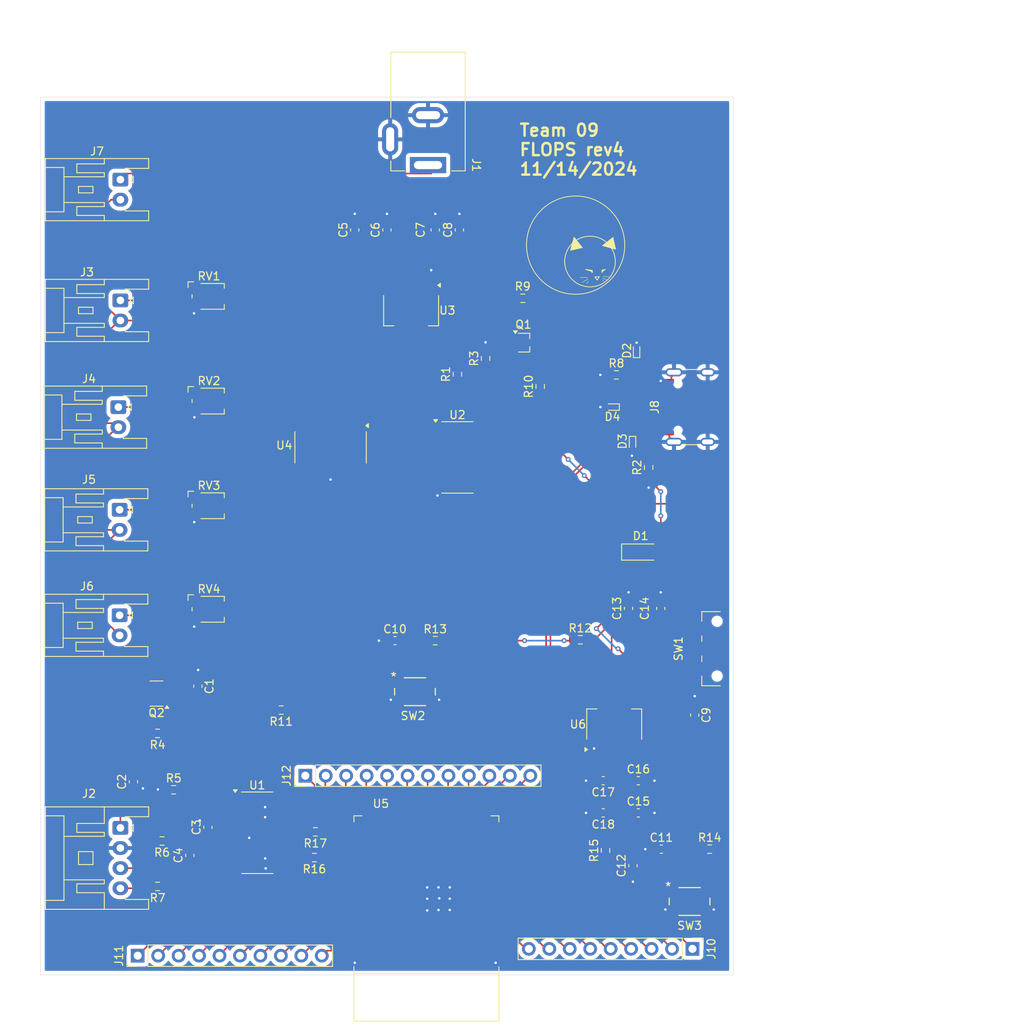
<source format=kicad_pcb>
(kicad_pcb (version 20240108) (generator "pcbnew") (generator_version "8.0")
  (title_block (title "FLOPS") (date "2024-11-14") (rev "REV3") (comment 1 "Team 09"))
  (layers (0 "F.Cu" signal) (31 "B.Cu" signal) (34 "B.Paste" user) (35 "F.Paste" user) (36 "B.SilkS" user "B.Silkscreen") (37 "F.SilkS" user "F.Silkscreen") (38 "B.Mask" user) (39 "F.Mask" user) (44 "Edge.Cuts" user))
  (net 0 "")
  (net 1 "ESP_3.3V")
  (net 2 "Net-(Q2-B)")
  (net 3 "Net-(J2-Pin_1)")
  (net 4 "GND")
  (net 6 "Net-(U1-VBG)")
  (net 7 "Net-(U1-INA-)")
  (net 8 "Net-(U1-VFB)")
  (net 9 "+5V_WALL")
  (net 10 "+3.3V_WALL")
  (net 11 "Net-(U1-INA+)")
  (net 12 "+5VUSB")
  (net 13 "GPIO0_BOOT")
  (net 14 "CHIP_PU_EN")
  (net 15 "/controller/VBUS")
  (net 16 "Net-(J7-Pin_1)")
  (net 17 "NFET_3.3V")
  (net 18 "Net-(U4A-+)")
  (net 19 "Net-(U4B-+)")
  (net 20 "Net-(U4C-+)")
  (net 21 "Net-(U4D-+)")
  (net 22 "Net-(SW1-B)")
  (net 23 "Net-(Q2-E)")
  (net 24 "Net-(J3-Pin_1)")
  (net 25 "Net-(J2-Pin_3)")
  (net 26 "Net-(J2-Pin_4)")
  (net 27 "Net-(J4-Pin_1)")
  (net 28 "Net-(J5-Pin_1)")
  (net 29 "Net-(J6-Pin_1)")
  (net 30 "/AND_OUT")
  (net 31 "Net-(U4C--)")
  (net 32 "Net-(U4A--)")
  (net 33 "Net-(U4B--)")
  (net 34 "Net-(U4D--)")
  (net 35 "Net-(R1-Pad1)")
  (net 41 "GPIO_36")
  (net 42 "GPIO_35")
  (net 43 "/controller/USB_D+")
  (net 44 "/controller/CC1")
  (net 46 "/controller/CC2")
  (net 48 "Net-(Q1-S)")
  (net 49 "GPIO_48")
  (net 50 "GPIO_47")
  (net 51 "GPIO_37")
  (net 52 "GPIO_15")
  (net 53 "GPIO_16")
  (net 54 "GPIO_40")
  (net 55 "GPIO_41")
  (net 56 "GPIO_39")
  (net 57 "GPIO_02")
  (net 58 "GPIO_10")
  (net 59 "GPIO_12")
  (net 60 "GPIO_13")
  (net 61 "GPIO_45")
  (net 62 "GPIO_05")
  (net 63 "GPIO_04")
  (net 64 "GPIO_18")
  (net 65 "GPIO_07")
  (net 66 "GPIO_01")
  (net 67 "GPIO_09")
  (net 68 "GPIO_44")
  (net 69 "GPIO_38")
  (net 70 "GPIO_11")
  (net 71 "GPIO_43")
  (net 72 "GPIO_06")
  (net 73 "GPIO_46")
  (net 74 "GPIO_21")
  (net 75 "GPIO_14")
  (net 76 "GPIO_17")
  (net 77 "GPIO_03")
  (net 78 "GPIO_08")
  (net 79 "Net-(SW1-A)")
  (net 80 "Net-(U1-PD_SCK)")
  (net 81 "Net-(U1-DOUT)")
  (net 82 "GPIO_42")
  (net 83 "/controller/USB_D-")
  (footprint "Resistor_SMD:R_0603_1608Metric_Pad0.98x0.95mm_HandSolder" (layer "F.Cu") (at 54.52 148.52 180)
    (property "Reference" "R7")
    (property "Value" "100")
  )
  (footprint "Connector_USB:USB_C_Receptacle_GCT_USB4105-xx-A_16P_TopMnt_Horizontal" (layer "F.Cu") (at 121.75 89 90)
    (property "Reference" "J8")
    (property "Value" "USB_C_Receptacle_USB2.0_16P")
  )
  (footprint "Resistor_SMD:R_0603_1608Metric_Pad0.98x0.95mm_HandSolder" (layer "F.Cu") (at 99.87 75.49 180)
    (property "Reference" "R9")
    (property "Value" "0")
  )
  (footprint "Capacitor_SMD:C_0603_1608Metric_Pad1.08x0.95mm_HandSolder" (layer "F.Cu") (at 60.77 141.18 90)
    (property "Reference" "C3")
    (property "Value" "0.1uF")
  )
  (footprint "Connector_JST:JST_XA_S04B-XASK-1N-BN_1x04_P2.50mm_Horizontal" (layer "F.Cu") (at 49.9 141.25 -90)
    (property "Reference" "J2")
    (property "Value" "Conn_01x04")
  )
  (footprint "Resistor_SMD:R_0603_1608Metric_Pad0.98x0.95mm_HandSolder" (layer "F.Cu") (at 123.08 143.89)
    (property "Reference" "R14")
    (property "Value" "10k")
  )
  (footprint "Potentiometer_SMD:Potentiometer_Bourns_TC33X_Vertical" (layer "F.Cu") (at 60.9 75.25)
    (property "Reference" "RV1")
    (property "Value" "100k Trim Pot")
  )
  (footprint "Connector_PinHeader_2.54mm:PinHeader_1x12_P2.54mm_Vertical" (layer "F.Cu") (at 72.86 134.77 90)
    (property "Reference" "J12")
    (property "Value" "Conn_01x12")
  )
  (footprint "Potentiometer_SMD:Potentiometer_Bourns_TC33X_Vertical" (layer "F.Cu") (at 60.9 114.1)
    (property "Reference" "RV4")
    (property "Value" "100k Trim Pot")
  )
  (footprint "Capacitor_SMD:C_0603_1608Metric_Pad1.08x0.95mm_HandSolder" (layer "F.Cu") (at 92 67 90)
    (property "Reference" "C8")
    (property "Value" "0.1uF")
  )
  (footprint "Capacitor_SMD:C_0603_1608Metric_Pad1.08x0.95mm_HandSolder" (layer "F.Cu") (at 79 67 90)
    (property "Reference" "C5")
    (property "Value" "10uF")
  )
  (footprint "Package_TO_SOT_SMD:SOT-23-3" (layer "F.Cu") (at 54.3825 124.57 180)
    (property "Reference" "Q2")
    (property "Value" "S8550")
  )
  (footprint "Connector_JST:JST_XA_S02B-XASK-1N-BN_1x02_P2.50mm_Horizontal" (layer "F.Cu") (at 49.65 89 -90)
    (property "Reference" "J4")
    (property "Value" "Conn_01x02")
  )
  (footprint "Capacitor_SMD:C_0603_1608Metric_Pad1.08x0.95mm_HandSolder" (layer "F.Cu") (at 89 67 90)
    (property "Reference" "C7")
    (property "Value" "10uF")
  )
  (footprint "Connector_JST:JST_XA_S02B-XASK-1N-BN_1x02_P2.50mm_Horizontal" (layer "F.Cu") (at 49.8 101.75 -90)
    (property "Reference" "J5")
    (property "Value" "Conn_01x02")
  )
  (footprint "Resistor_SMD:R_0603_1608Metric_Pad0.98x0.95mm_HandSolder" (layer "F.Cu") (at 69.87 126.62 180)
    (property "Reference" "R11")
    (property "Value" "0")
  )
  (footprint "Resistor_SMD:R_0603_1608Metric_Pad0.98x0.95mm_HandSolder" (layer "F.Cu") (at 74.11 141.74 180)
    (property "Reference" "R17")
    (property "Value" "0")
  )
  (footprint "Package_TO_SOT_SMD:SOT-223-3_TabPin2" (layer "F.Cu") (at 86 77 -90)
    (property "Reference" "U3")
    (property "Value" "AZ1117CH-3.3")
  )
  (footprint "Connector_PinHeader_2.54mm:PinHeader_1x09_P2.54mm_Vertical" (layer "F.Cu") (at 120.94 156.27 -90)
    (property "Reference" "J10")
    (property "Value" "Conn_01x09")
  )
  (footprint "PTS810SJM250SMTR LFS:PTS810_CNK" (layer "F.Cu") (at 120.58 150.39)
    (property "Reference" "SW3")
    (property "Value" "PTS810 SJM 250 SMTR LFS")
  )
  (footprint "Capacitor_SMD:C_0603_1608Metric_Pad1.08x0.95mm_HandSolder" (layer "F.Cu") (at 121.22 127.2525 -90)
    (property "Reference" "C9")
    (property "Value" "10uF")
  )
  (footprint "Connector_JST:JST_XA_S02B-XASK-1N-BN_1x02_P2.50mm_Horizontal" (layer "F.Cu") (at 49.9 75.75 -90)
    (property "Reference" "J3")
    (property "Value" "Conn_01x02")
  )
  (footprint "PCM_Espressif:ESP32-S3-WROOM-1" (layer "F.Cu") (at 87.9 149.5 180)
    (property "Reference" "U5")
    (property "Value" "ESP32-S3-WROOM-1-N16R8")
  )
  (footprint "Capacitor_SMD:C_0603_1608Metric_Pad1.08x0.95mm_HandSolder" (layer "F.Cu") (at 113.55 145.9375 90)
    (property "Reference" "C12")
    (property "Value" "1uf")
  )
  (footprint "Capacitor_SMD:C_0603_1608Metric_Pad1.08x0.95mm_HandSolder" (layer "F.Cu") (at 117 114 90)
    (property "Reference" "C14")
    (property "Value" "0.1uF")
  )
  (footprint "Capacitor_SMD:C_0603_1608Metric_Pad1.08x0.95mm_HandSolder" (layer "F.Cu") (at 59.52 123.6575 -90)
    (property "Reference" "C1")
    (property "Value" "10uF")
  )
  (footprint "PTS810SJM250SMTR LFS:PTS810_CNK" (layer "F.Cu") (at 86.48 124.34)
    (property "Reference" "SW2")
    (property "Value" "PTS810 SJM 250 SMTR LFS")
  )
  (footprint "Resistor_SMD:R_0603_1608Metric_Pad0.98x0.95mm_HandSolder" (layer "F.Cu") (at 115.5 96.5 90)
    (property "Reference" "R2")
    (property "Value" "5.1k")
  )
  (footprint "Diode_SMD:D_SOD-123" (layer "F.Cu") (at 114.5 107)
    (property "Reference" "D1")
    (property "Value" "1N5819-HW-7-F")
  )
  (footprint "Connector_BarrelJack:BarrelJack_Kycon_KLDX-0202-xC_Horizontal" (layer "F.Cu") (at 88.1 58.95 -90)
    (property "Reference" "J1")
    (property "Value" "Barrel_Jack")
  )
  (footprint "Connector_JST:JST_XA_S02B-XASK-1N-BN_1x02_P2.50mm_Horizontal" (layer "F.Cu") (at 49.8 114.85 -90)
    (property "Reference" "J6")
    (property "Value" "Conn_01x02")
  )
  (footprint "Resistor_SMD:R_0603_1608Metric_Pad0.98x0.95mm_HandSolder" (layer "F.Cu") (at 91.75 84.9125 90)
    (property "Reference" "R1")
    (property "Value" "100")
  )
  (footprint "Potentiometer_SMD:Potentiometer_Bourns_TC33X_Vertical" (layer "F.Cu") (at 60.9 88.25)
    (property "Reference" "RV2")
    (property "Value" "100k Trim Pot")
  )
  (footprint "Resistor_SMD:R_0603_1608Metric_Pad0.98x0.95mm_HandSolder" (layer "F.Cu") (at 95.25 82.95625 90)
    (property "Reference" "R3")
    (property "Value" "10k")
  )
  (footprint "Resistor_SMD:R_0603_1608Metric_Pad0.98x0.95mm_HandSolder" (layer "F.Cu") (at 55.07 142.88 180)
    (property "Reference" "R6")
    (property "Value" "100")
  )
  (footprint "Button_Switch_SMD:SW_SPDT_CK_JS102011SAQN" (layer "F.Cu") (at 124 119 90)
    (property "Reference" "SW1")
    (property "Value" "JS102011SAQN")
  )
  (footprint "Diode_SMD:D_SOD-923" (layer "F.Cu") (at 114 82 90)
    (property "Reference" "D2")
    (property "Value" "ESD9B5.0ST5G")
  )
  (footprint "Resistor_SMD:R_0603_1608Metric_Pad0.98x0.95mm_HandSolder" (layer "F.Cu") (at 73.99 144.94 180)
    (property "Reference" "R16")
    (property "Value" "0")
  )
  (footprint "Resistor_SMD:R_0603_1608Metric_Pad0.98x0.95mm_HandSolder" (layer "F.Cu") (at 110.14 144.05 90)
    (property "Reference" "R15")
    (property "Value" "10k")
  )
  (footprint "Package_SO:SOIC-14_3.9x8.7mm_P1.27mm" (layer "F.Cu") (at 91.75 95.25)
    (property "Reference" "U2")
    (property "Value" "74LS21")
  )
  (footprint "Connector_JST:JST_XA_S02B-XASK-1N-BN_1x02_P2.50mm_Horizontal" (layer "F.Cu") (at 49.9 60.75 -90)
    (property "Reference" "J7")
    (property "Value" "Conn_01x02")
  )
  (footprint "Capacitor_SMD:C_0603_1608Metric_Pad1.08x0.95mm_HandSolder" (layer "F.Cu") (at 83 67 90)
    (property "Reference" "C6")
    (property "Value" "0.1uF")
  )
  (footprint "Capacitor_SMD:C_0603_1608Metric_Pad1.08x0.95mm_HandSolder" (layer "F.Cu") (at 58.52 144.6575 90)
    (property "Reference" "C4")
    (property "Value" "0.1uF")
  )
  (footprint "Resistor_SMD:R_0603_1608Metric_Pad0.98x0.95mm_HandSolder" (layer "F.Cu") (at 89 118)
    (property "Reference" "R13")
    (property "Value" "10k")
  )
  (footprint "Capacitor_SMD:C_0603_1608Metric_Pad1.08x0.95mm_HandSolder" (layer "F.Cu") (at 114.22 139.39)
    (property "Reference" "C15")
    (property "Value" "10uF")
  )
  (footprint "Capacitor_SMD:C_0603_1608Metric_Pad1.08x0.95mm_HandSolder" (layer "F.Cu") (at 51.52 135.52 90)
    (property "Reference" "C2")
    (property "Value" "0.1uF")
  )
  (footprint "Resistor_SMD:R_0603_1608Metric_Pad0.98x0.95mm_HandSolder" (layer "F.Cu") (at 111.5 85)
    (property "Reference" "R8")
    (property "Value" "5.1k")
  )
  (footprint "Capacitor_SMD:C_0603_1608Metric_Pad1.08x0.95mm_HandSolder" (layer "F.Cu") (at 113 114 90)
    (property "Reference" "C13")
    (property "Value" "10uF")
  )
  (footprint "Package_TO_SOT_SMD:SOT-323_SC-70" (layer "F.Cu") (at 100 81)
    (property "Reference" "Q1")
    (property "Value" "BSS816NWH6327XTSA1")
  )
  (footprint "Connector_PinHeader_2.54mm:PinHeader_1x10_P2.54mm_Vertical" (layer "F.Cu") (at 52.05 157.12 90)
    (property "Reference" "J11")
    (property "Value" "Conn_01x10")
  )
  (footprint "Capacitor_SMD:C_0603_1608Metric_Pad1.08x0.95mm_HandSolder" (layer "F.Cu") (at 114.22 135.39)
    (property "Reference" "C16")
    (property "Value" "0.1uF")
  )
  (footprint "Package_SO:SOIC-14_3.9x8.7mm_P1.27mm" (layer "F.Cu") (at 76 94 -90)
    (property "Reference" "U4")
    (property "Value" "MCP6004")
  )
  (footprint "Diode_SMD:D_SOD-923" (layer "F.Cu") (at 111 89 180)
    (property "Reference" "D4")
    (property "Value" "ESD9B5.0ST5G")
  )
  (footprint "Resistor_SMD:R_0603_1608Metric_Pad0.98x0.95mm_HandSolder" (layer "F.Cu") (at 107.01 117.89)
    (property "Reference" "R12")
    (property "Value" "0")
  )
  (footprint "Package_SO:SOP-16_3.9x9.9mm_P1.27mm" (layer "F.Cu") (at 66.89 141.855)
    (property "Reference" "U1")
    (property "Value" "HX711")
  )
  (footprint "Resistor_SMD:R_0603_1608Metric_Pad0.98x0.95mm_HandSolder" (layer "F.Cu") (at 102.03 86.44 90)
    (property "Reference" "R10")
    (property "Value" "0")
  )
  (footprint "Package_TO_SOT_SMD:SOT-223-3_TabPin2" (layer "F.Cu") (at 111.22 128.39 90)
    (property "Reference" "U6")
    (property "Value" "AZ1117CH-3.3")
  )
  (footprint "Capacitor_SMD:C_0603_1608Metric_Pad1.08x0.95mm_HandSolder" (layer "F.Cu") (at 109.8575 135.39 180)
    (property "Reference" "C17")
    (property "Value" "10uF")
  )
  (footprint "Capacitor_SMD:C_0603_1608Metric_Pad1.08x0.95mm_HandSolder" (layer "F.Cu") (at 109.8575 139.39 180)
    (property "Reference" "C18")
    (property "Value" "0.1uF")
  )
  (footprint "Resistor_SMD:R_0603_1608Metric_Pad0.98x0.95mm_HandSolder" (layer "F.Cu") (at 54.52 129.52 180)
    (property "Reference" "R4")
    (property "Value" "20k")
  )
  (footprint "Resistor_SMD:R_0603_1608Metric_Pad0.98x0.95mm_HandSolder" (layer "F.Cu") (at 56.52 136.52)
    (property "Reference" "R5")
    (property "Value" "8.2k")
  )
  (footprint "Potentiometer_SMD:Potentiometer_Bourns_TC33X_Vertical" (layer "F.Cu") (at 60.9 101.25)
    (property "Reference" "RV3")
    (property "Value" "100k Trim Pot")
  )
  (footprint "Capacitor_SMD:C_0603_1608Metric_Pad1.08x0.95mm_HandSolder" (layer "F.Cu") (at 117.08 143.89)
    (property "Reference" "C11")
    (property "Value" "0.1uF")
  )
  (footprint "Capacitor_SMD:C_0603_1608Metric_Pad1.08x0.95mm_HandSolder" (layer "F.Cu") (at 84 118)
    (property "Reference" "C10")
    (property "Value" "0.1uF")
  )
  (footprint "Diode_SMD:D_SOD-923" (layer "F.Cu") (at 113.5 93.5 -90)
    (property "Reference" "D3")
    (property "Value" "ESD9B5.0ST5G")
  )
  (gr_poly (pts (xy 109.71 71.99) (xy 109.7 72.28) (xy 109.8 72.11) (xy 110.1 71.92)) (stroke (width 0.1)) (fill solid) (layer "F.SilkS"))
  (gr_line (start 109.84 72.8025) (end 110.6 72.7975) (stroke (width 0.05)) (layer "F.SilkS"))
  (gr_poly (pts (xy 106.244875 67.923091) (xy 105.804875 69.523091) (xy 107.244875 69.193091)) (stroke (width 0.1)) (fill solid) (layer "F.SilkS"))
  (gr_line (start 107.02 72.9) (end 107.93 72.92) (stroke (width 0.05)) (layer "F.SilkS"))
  (gr_line (start 108.02 73.36) (end 107.81 73.67) (stroke (width 0.05)) (layer "F.SilkS"))
  (gr_poly (pts (xy 108.82 72.84) (xy 109.37 72.81) (xy 109.09 73.23)) (stroke (width 0.1)) (fill none) (layer "F.SilkS"))
  (gr_line (start 110.29875 73.2025) (end 109.78125 72.9975) (stroke (width 0.05)) (layer "F.SilkS"))
  (gr_line (start 107.95 73.11) (end 107.27 73.5) (stroke (width 0.05)) (layer "F.SilkS"))
  (gr_poly (pts (xy 109.79 68.95) (xy 111.39 69.39) (xy 111.06 67.95)) (stroke (width 0.1)) (fill solid) (layer "F.SilkS"))
  (gr_circle (center 106.43 68.89) (end 112.27 70.65) (stroke (width 0.1)) (fill none) (layer "F.SilkS"))
  (gr_line (start 109.8075 73.1925) (end 109.9125 73.3675) (stroke (width 0.05)) (layer "F.SilkS"))
  (gr_circle (center 108.214875 70.923091) (end 105.684875 72.793091) (stroke (width 0.1)) (fill none) (layer "F.SilkS"))
  (gr_poly (pts (xy 107.67 71.9) (xy 108.51 72.04) (xy 108.49 72.31) (xy 108.37 72.12)) (stroke (width 0.1)) (fill solid) (layer "F.SilkS"))
  (gr_rect (start 40 50.5) (end 126 159.5) (stroke (width 0.05)) (fill none) (layer "Edge.Cuts"))
  (gr_text "Team 09 \nFLOPS rev4\n11/14/2024\n" (at 99.32 60.33 0) (layer "F.SilkS") (effects (font (size 1.5 1.5) (thickness 0.3) (bold yes)) (justify left bottom)))
  (segment (start 62.61 83.28) (end 61.3 84.59) (width 0.2) (layer "F.Cu") (net 0))
  (segment (start 110.14 141.98) (end 110.72 141.4) (width 0.2) (layer "F.Cu") (net 1))
  (segment (start 111.22 125.24) (end 110.9 124.92) (width 0.2) (layer "F.Cu") (net 1))
  (segment (start 80 115) (end 86.9125 115) (width 0.2) (layer "F.Cu") (net 1))
  (segment (start 89.9125 118) (end 94.2475 118) (width 0.2) (layer "F.Cu") (net 1))
  (segment (start 80 115) (end 75 120) (width 0.2) (layer "F.Cu") (net 1))
  (segment (start 115 114.8625) (end 117 114.8625) (width 0.2) (layer "F.Cu") (net 1))
  (segment (start 110.72 139.39) (end 110.72 135.39) (width 0.2) (layer "F.Cu") (net 1))
  (segment (start 106.0975 120.1175) (end 111.22 125.24) (width 0.2) (layer "F.Cu") (net 1))
  (segment (start 86.9125 115) (end 89.9125 118) (width 0.2) (layer "F.Cu") (net 1))
  (segment (start 106.0975 117.89) (end 106.0975 120.1175) (width 0.2) (layer "F.Cu") (net 1))
  (segment (start 110.9 124.92) (end 110.9 117.1) (width 0.2) (layer "F.Cu") (net 1))
  (segment (start 111.22 131.54) (end 111.22 133.2525) (width 0.2) (layer "F.Cu") (net 1))
  (segment (start 123.9925 142.7025) (end 122.69 141.4) (width 0.2) (layer "F.Cu") (net 1))
  (segment (start 94.2475 118) (end 100.08 118) (width 0.2) (layer "F.Cu") (net 1))
  (segment (start 111.22 125.24) (end 111.22 131.54) (width 0.2) (layer "F.Cu") (net 1))
  (segment (start 74.3 126.62) (end 75 125.92) (width 0.2) (layer "F.Cu") (net 1))
  (segment (start 75 120) (end 75 125.92) (width 0.2) (layer "F.Cu") (net 1))
  (segment (start 105.9875 118) (end 106.0975 117.89) (width 0.2) (layer "F.Cu") (net 1))
  (segment (start 110.72 139.39) (end 110.72 141.4) (width 0.2) (layer "F.Cu") (net 1))
  (segment (start 105.01 118) (end 105.9875 118) (width 0.2) (layer "F.Cu") (net 1))
  (segment (start 122.69 141.4) (end 110.72 141.4) (width 0.2) (layer "F.Cu") (net 1))
  (segment (start 70.7825 126.62) (end 74.3 126.62) (width 0.2) (layer "F.Cu") (net 1))
  (segment (start 123.9925 143.89) (end 123.9925 142.7025) (width 0.2) (layer "F.Cu") (net 1))
  (segment (start 111.22 133.2525) (end 110.72 133.7525) (width 0.2) (layer "F.Cu") (net 1))
  (segment (start 113 114.8625) (end 115 114.8625) (width 0.2) (layer "F.Cu") (net 1))
  (segment (start 110.72 133.7525) (end 110.72 135.39) (width 0.2) (layer "F.Cu") (net 1))
  (segment (start 110.9 117.1) (end 113 115) (width 0.2) (layer "F.Cu") (net 1))
  (segment (start 110.14 143.1375) (end 110.14 141.98) (width 0.2) (layer "F.Cu") (net 1))
  (segment (start 113 115) (end 113 114.8625) (width 0.2) (layer "F.Cu") (net 1))
  (via (at 105.01 118) (size 0.6) (drill 0.3) (layers "F.Cu" "B.Cu") (net 1))
  (via (at 100.08 118) (size 0.6) (drill 0.3) (layers "F.Cu" "B.Cu") (net 1))
  (segment (start 100.08 118) (end 105.01 118) (width 0.2) (layer "B.Cu") (net 1))
  (segment (start 63.09 138.26) (end 63.19 138.36) (width 0.2) (layer "F.Cu") (net 2))
  (segment (start 59.04 127.71) (end 63.09 131.76) (width 0.2) (layer "F.Cu") (net 2))
  (segment (start 64.07 138.36) (end 64.39 138.68) (width 0.2) (layer "F.Cu") (net 2))
  (segment (start 55.71 127.71) (end 59.04 127.71) (width 0.2) (layer "F.Cu") (net 2))
  (segment (start 54.02 125.098052) (end 54.02 126.02) (width 0.2) (layer "F.Cu") (net 2))
  (segment (start 55.52 123.62) (end 54.080974 125.059026) (width 0.2) (layer "F.Cu") (net 2))
  (segment (start 54.059026 125.059026) (end 54.02 125.098052) (width 0.2) (layer "F.Cu") (net 2))
  (segment (start 63.09 131.76) (end 63.09 138.26) (width 0.2) (layer "F.Cu") (net 2))
  (segment (start 63.19 138.36) (end 64.07 138.36) (width 0.2) (layer "F.Cu") (net 2))
  (segment (start 54.080974 125.059026) (end 54.059026 125.059026) (width 0.2) (layer "F.Cu") (net 2))
  (segment (start 54.02 126.02) (end 55.71 127.71) (width 0.2) (layer "F.Cu") (net 2))
  (segment (start 51.52 126.295) (end 53.245 124.57) (width 0.2) (layer "F.Cu") (net 3))
  (segment (start 49.9 136.2775) (end 51.52 134.6575) (width 0.2) (layer "F.Cu") (net 3))
  (segment (start 51.52 127.4325) (end 51.52 126.295) (width 0.2) (layer "F.Cu") (net 3))
  (segment (start 49.9 141.25) (end 49.9 136.2775) (width 0.2) (layer "F.Cu") (net 3))
  (segment (start 62.26 138.819999) (end 63.390001 139.95) (width 0.2) (layer "F.Cu") (net 3))
  (segment (start 51.81 131.3175) (end 53.6075 129.52) (width 0.2) (layer "F.Cu") (net 3))
  (segment (start 63.390001 139.95) (end 64.39 139.95) (width 0.2) (layer "F.Cu") (net 3))
  (segment (start 51.81 134.3675) (end 51.81 131.3175) (width 0.2) (layer "F.Cu") (net 3))
  (segment (start 54.52 128.6075) (end 58.456029 128.6075) (width 0.2) (layer "F.Cu") (net 3))
  (segment (start 58.456029 128.6075) (end 62.26 132.411471) (width 0.2) (layer "F.Cu") (net 3))
  (segment (start 62.26 132.411471) (end 62.26 138.819999) (width 0.2) (layer "F.Cu") (net 3))
  (segment (start 53.6075 129.52) (end 54.52 128.6075) (width 0.2) (layer "F.Cu") (net 3))
  (segment (start 53.6075 129.52) (end 51.52 127.4325) (width 0.2) (layer "F.Cu") (net 3))
  (segment (start 51.52 134.6575) (end 51.81 134.3675) (width 0.2) (layer "F.Cu") (net 3))
  (segment (start 89.4 148.6) (end 89.5 148.5) (width 0.2) (layer "F.Cu") (net 4))
  (segment (start 55.6075 136.52) (end 54.6 136.52) (width 0.2) (layer "F.Cu") (net 4))
  (segment (start 88.3 72.2) (end 88.5 72) (width 0.2) (layer "F.Cu") (net 4))
  (segment (start 88 151.44) (end 88 151.5) (width 0.2) (layer "F.Cu") (net 4))
  (segment (start 115.0825 135.39) (end 116.22 135.39) (width 0.2) (layer "F.Cu") (net 4))
  (segment (start 79.15 157.76) (end 79.15 157.85) (width 0.2) (layer "F.Cu") (net 4))
  (segment (start 59.1 77.3) (end 59.04 77.36) (width 0.2) (layer "F.Cu") (net 4))
  (segment (start 79 66.1375) (end 79 65) (width 0.2) (layer "F.Cu") (net 4))
  (segment (start 83.1375 118) (end 82 118) (width 0.2) (layer "F.Cu") (net 4))
  (segment (start 59.1 102.25) (end 59.1 103.25) (width 0.2) (layer "F.Cu") (net 4))
  (segment (start 52.6675 136.3825) (end 52.7 136.35) (width 0.2) (layer "F.Cu") (net 4))
  (segment (start 95.25 82.04375) (end 95.25 80.95625) (width 0.2) (layer "F.Cu") (net 4))
  (segment (start 59.1 103.25) (end 59.07 103.28) (width 0.2) (layer "F.Cu") (net 4))
  (segment (start 117.05 85.8) (end 117 85.75) (width 0.2) (layer "F.Cu") (net 4))
  (segment (start 69.39 138.68) (end 67.88 138.68) (width 0.2) (layer "F.Cu") (net 4))
  (segment (start 59.52 122.795) (end 59.52 121.67) (width 0.2) (layer "F.Cu") (net 4))
  (segment (start 59.1 116.22) (end 59.06 116.26) (width 0.2) (layer "F.Cu") (net 4))
  (segment (start 90.94 151.44) (end 90.8 151.44) (width 0.2) (layer "F.Cu") (net 4))
  (segment (start 67.9 139.95) (end 67.87 139.92) (width 0.2) (layer "F.Cu") (net 4))
  (segment (start 96.65 157.76) (end 96.65 157.85) (width 0.2) (layer "F.Cu") (net 4))
  (segment (start 108.92 131.54) (end 108.87 131.54) (width 0.2) (layer "F.Cu") (net 4))
  (segment (start 76 96.475) (end 76 98) (width 0.2) (layer "F.Cu") (net 4))
  (segment (start 118.505 151.465) (end 117.655 151.465) (width 0.2) (layer "F.Cu") (net 4))
  (segment (start 108.995 135.39) (end 107.72 135.39) (width 0.2) (layer "F.Cu") (net 4))
  (segment (start 110.58 89) (end 109.5 89) (width 0.2) (layer "F.Cu") (net 4))
  (segment (start 90.96 150.04) (end 90.8 150.04) (width 0.2) (layer "F.Cu") (net 4))
  (segment (start 88.555 125.415) (end 89.405 125.415) (width 0.2) (layer "F.Cu") (net 4))
  (segment (start 121.22 126.39) (end 121.22 124.89) (width 0.2) (layer "F.Cu") (net 4))
  (segment (start 114 81.58) (end 114 81) (width 0.2) (layer "F.Cu") (net 4))
  (segment (start 88 150) (end 88 150.04) (width 0.2) (layer "F.Cu") (net 4))
  (segment (start 123.505 151.465) (end 123.58 151.39) (width 0.2) (layer "F.Cu") (net 4))
  (segment (start 79.15 157.85) (end 79 158) (width 0.2) (layer "F.Cu") (net 4))
  (segment (start 113 113.1375) (end 113 112) (width 0.2) (layer "F.Cu") (net 4))
  (segment (start 89.405 125.415) (end 89.48 125.34) (width 0.2) (layer "F.Cu") (net 4))
  (segment (start 89.4 148.6) (end 89.4 148.64) (width 0.2) (layer "F.Cu") (net 4))
  (segment (start 108.87 131.54) (end 108.72 131.39) (width 0.2) (layer "F.Cu") (net 4))
  (segment (start 108.995 139.39) (end 107.72 139.39) (width 0.2) (layer "F.Cu") (net 4))
  (segment (start 69.39 139.95) (end 67.9 139.95) (width 0.2) (layer "F.Cu") (net 4))
  (segment (start 89.46 150.04) (end 89.5 150) (width 0.2) (layer "F.Cu") (net 4))
  (segment (start 83 66.1375) (end 83 65) (width 0.2) (layer "F.Cu") (net 4))
  (segment (start 90.96 150.04) (end 91 150) (width 0.2) (layer "F.Cu") (net 4))
  (segment (start 59.7625 140.3175) (end 59.76 140.32) (width 0.2) (layer "F.Cu") (net 4))
  (segment (start 83.555 125.415) (end 83.48 125.34) (width 0.2) (layer "F.Cu") (net 4))
  (segment (start 69.39 145.03) (end 67.9 145.03) (width 0.2) (layer "F.Cu") (net 4))
  (segment (start 113.55 146.8) (end 113.55 147.9375) (width 0.2) (layer "F.Cu") (net 4))
  (segment (start 110.5875 85) (end 109.5 85) (width 0.2) (layer "F.Cu") (net 4))
  (segment (start 65.9 142.49) (end 65.93 142.46) (width 0.2) (layer "F.Cu") (net 4))
  (segment (start 84.405 125.415) (end 83.555 125.415) (width 0.2) (layer "F.Cu") (net 4))
  (segment (start 115.5 97.4125) (end 115.5 99) (width 0.2) (layer "F.Cu") (net 4))
  (segment (start 118.07 85.8) (end 117.05 85.8) (width 0.2) (layer "F.Cu") (net 4))
  (segment (start 118.32 85.8) (end 118.32 85.255) (width 0.2) (layer "F.Cu") (net 4))
  (segment (start 88.3 73.85) (end 88.3 72.2) (width 0.2) (layer "F.Cu") (net 4))
  (segment (start 89.25 100) (end 89.275 99.975) (width 0.2) (layer "F.Cu") (net 4))
  (segment (start 117 113.1375) (end 117 112) (width 0.2) (layer "F.Cu") (net 4))
  (segment (start 59.1 115.1) (end 59.1 116.22) (width 0.2) (layer "F.Cu") (net 4))
  (segment (start 69.39 146.3) (end 67.96 146.3) (width 0.2) (layer "F.Cu") (net 4))
  (segment (start 59.1 90.26) (end 59.09 90.27) (width 0.2) (layer "F.Cu") (net 4))
  (segment (start 51.52 136.3825) (end 52.6675 136.3825) (width 0.2) (layer "F.Cu") (net 4))
  (segment (start 113.5 93.92) (end 113.5 94.96) (width 0.2) (layer "F.Cu") (net 4))
  (segment (start 117.655 151.465) (end 117.58 151.39) (width 0.2) (layer "F.Cu") (net 4))
  (segment (start 59.1 76.25) (end 59.1 77.3) (width 0.2) (layer "F.Cu") (net 4))
  (segment (start 89 66.1375) (end 89 65) (width 0.2) (layer "F.Cu") (net 4))
  (segment (start 90.94 151.44) (end 91 151.5) (width 0.2) (layer "F.Cu") (net 4))
  (segment (start 118.07 92.745) (end 118.645 93.32) (width 0.2) (layer "F.Cu") (net 4))
  (segment (start 89.4 150.04) (end 89.46 150.04) (width 0.2) (layer "F.Cu") (net 4))
  (segment (start 92 66.1375) (end 92 65) (width 0.2) (layer "F.Cu") (net 4))
  (segment (start 54.6 136.52) (end 54.56 136.48) (width 0.2) (layer "F.Cu") (net 4))
  (segment (start 60.77 140.3175) (end 59.7625 140.3175) (width 0.2) (layer "F.Cu") (net 4))
  (segment (start 89.275 99.06) (end 89.275 99.975) (width 0.2) (layer "F.Cu") (net 4))
  (segment (start 113.5 94.96) (end 113.42 95.04) (width 0.2) (layer "F.Cu") (net 4))
  (segment (start 59.52 121.67) (end 59.55 121.64) (width 0.2) (layer "F.Cu") (net 4))
  (segment (start 67.9 145.03) (end 67.89 145.04) (width 0.2) (layer "F.Cu") (net 4))
  (segment (start 122.655 151.465) (end 123.505 151.465) (width 0.2) (layer "F.Cu") (net 4))
  (segment (start 115.0825 139.39) (end 116.22 139.39) (width 0.2) (layer "F.Cu") (net 4))
  (segment (start 67.96 146.3) (end 67.94 146.28) (width 0.2) (layer "F.Cu") (net 4))
  (segment (start 118.07 92.2) (end 118.07 92.745) (width 0.2) (layer "F.Cu") (net 4))
  (segment (start 59.1 89.25) (end 59.1 90.26) (width 0.2) (layer "F.Cu") (net 4))
  (segment (start 64.39 142.49) (end 65.9 142.49) (width 0.2) (layer "F.Cu") (net 4))
  (segment (start 67.88 138.68) (end 67.87 138.67) (width 0.2) (layer "F.Cu") (net 4))
  (segment (start 96.65 157.85) (end 96.5 158) (width 0.2) (layer "F.Cu") (net 4))
  (segment (start 116.2175 143.89) (end 115.08 143.89) (width 0.2) (layer "F.Cu") (net 4))
  (segment (start 118.32 85.255) (end 118.895 84.68) (width 0.2) (layer "F.Cu") (net 4))
  (via (at 113 112) (size 0.6) (drill 0.3) (layers "F.Cu" "B.Cu") (net 4))
  (via (at 59.07 103.28) (size 0.6) (drill 0.3) (layers "F.Cu" "B.Cu") (net 4))
  (via (at 59.09 90.27) (size 0.6) (drill 0.3) (layers "F.Cu" "B.Cu") (net 4))
  (via (at 67.87 139.92) (size 0.6) (drill 0.3) (layers "F.Cu" "B.Cu") (net 4))
  (via (at 89.5 150) (size 0.6) (drill 0.3) (layers "F.Cu" "B.Cu") (net 4))
  (via (at 76 98) (size 0.6) (drill 0.3) (layers "F.Cu" "B.Cu") (net 4))
  (via (at 117.58 151.39) (size 0.6) (drill 0.3) (layers "F.Cu" "B.Cu") (net 4))
  (via (at 89.275 99.975) (size 0.6) (drill 0.3) (layers "F.Cu" "B.Cu") (net 4))
  (via (at 109.5 85) (size 0.6) (drill 0.3) (layers "F.Cu" "B.Cu") (net 4))
  (via (at 65.9 142.49) (size 0.6) (drill 0.3) (layers "F.Cu" "B.Cu") (net 4))
  (via (at 107.72 135.39) (size 0.6) (drill 0.3) (layers "F.Cu" "B.Cu") (net 4))
  (via (at 88 151.5) (size 0.6) (drill 0.3) (layers "F.Cu" "B.Cu") (net 4))
  (via (at 115.08 143.89) (size 0.6) (drill 0.3) (layers "F.Cu" "B.Cu") (net 4))
  (via (at 88 148.64) (size 0.6) (drill 0.3) (layers "F.Cu" "B.Cu") (net 4))
  (via (at 83 65) (size 0.6) (drill 0.3) (layers "F.Cu" "B.Cu") (net 4))
  (via (at 117 112) (size 0.6) (drill 0.3) (layers "F.Cu" "B.Cu") (net 4))
  (via (at 116.22 139.39) (size 0.6) (drill 0.3) (layers "F.Cu" "B.Cu") (net 4))
  (via (at 123.58 151.39) (size 0.6) (drill 0.3) (layers "F.Cu" "B.Cu") (net 4))
  (via (at 113.42 95.04) (size 0.6) (drill 0.3) (layers "F.Cu" "B.Cu") (net 4))
  (via (at 90.8 150.04) (size 0.6) (drill 0.3) (layers "F.Cu" "B.Cu") (net 4))
  (via (at 95.25 80.95625) (size 0.6) (drill 0.3) (layers "F.Cu" "B.Cu") (net 4))
  (via (at 59.06 116.26) (size 0.6) (drill 0.3) (layers "F.Cu" "B.Cu") (net 4))
  (via (at 114 81) (size 0.6) (drill 0.3) (layers "F.Cu" "B.Cu") (net 4))
  (via (at 89.48 125.34) (size 0.6) (drill 0.3) (layers "F.Cu" "B.Cu") (net 4))
  (via (at 108.72 131.39) (size 0.6) (drill 0.3) (layers "F.Cu" "B.Cu") (net 4))
  (via (at 54.56 136.48) (size 0.6) (drill 0.3) (layers "F.Cu" "B.Cu") (net 4))
  (via (at 116.22 135.39) (size 0.6) (drill 0.3) (layers "F.Cu" "B.Cu") (net 4))
  (via (at 59.76 140.32) (size 0.6) (drill 0.3) (layers "F.Cu" "B.Cu") (net 4))
  (via (at 109.5 89) (size 0.6) (drill 0.3) (layers "F.Cu" "B.Cu") (net 4))
  (via (at 67.87 138.67) (size 0.6) (drill 0.3) (layers "F.Cu" "B.Cu") (net 4))
  (via (at 90.8 151.44) (size 0.6) (drill 0.3) (layers "F.Cu" "B.Cu") (net 4))
  (via (at 92 65) (size 0.6) (drill 0.3) (layers "F.Cu" "B.Cu") (net 4))
  (via (at 96.5 158) (size 0.6) (drill 0.3) (layers "F.Cu" "B.Cu") (net 4))
  (via (at 82 118) (size 0.6) (drill 0.3) (layers "F.Cu" "B.Cu") (net 4))
  (via (at 89.4 148.64) (size 0.6) (drill 0.3) (layers "F.Cu" "B.Cu") (net 4))
  (via (at 121.22 124.89) (size 0.6) (drill 0.3) (layers "F.Cu" "B.Cu") (net 4))
  (via (at 89.4 151.44) (size 0.6) (drill 0.3) (layers "F.Cu" "B.Cu") (net 4))
  (via (at 90.8 148.64) (size 0.6) (drill 0.3) (layers "F.Cu" "B.Cu") (net 4))
  (via (at 88 150.04) (size 0.6) (drill 0.3) (layers "F.Cu" "B.Cu") (net 4))
  (via (at 79 65) (size 0.6) (drill 0.3) (layers "F.Cu" "B.Cu") (net 4))
  (via (at 79 158) (size 0.6) (drill 0.3) (layers "F.Cu" "B.Cu") (net 4))
  (via (at 89 65) (size 0.6) (drill 0.3) (layers "F.Cu" "B.Cu") (net 4))
  (via (at 59.55 121.64) (size 0.6) (drill 0.3) (layers "F.Cu" "B.Cu") (net 4))
  (via (at 67.94 146.28) (size 0.6) (drill 0.3) (layers "F.Cu" "B.Cu") (net 4))
  (via (at 88.5 72) (size 0.6) (drill 0.3) (layers "F.Cu" "B.Cu") (net 4))
  (via (at 67.89 145.04) (size 0.6) (drill 0.3) (layers "F.Cu" "B.Cu") (net 4))
  (via (at 83.48 125.34) (size 0.6) (drill 0.3) (layers "F.Cu" "B.Cu") (net 4))
  (via (at 117 85.75) (size 0.6) (drill 0.3) (layers "F.Cu" "B.Cu") (net 4))
  (via (at 59.04 77.36) (size 0.6) (drill 0.3) (layers "F.Cu" "B.Cu") (net 4))
  (via (at 113.55 147.9375) (size 0.6) (drill 0.3) (layers "F.Cu" "B.Cu") (net 4))
  (via (at 115.5 99) (size 0.6) (drill 0.3) (layers "F.Cu" "B.Cu") (net 4))
  (via (at 107.72 139.39) (size 0.6) (drill 0.3) (layers "F.Cu" "B.Cu") (net 4))
  (via (at 52.7 136.35) (size 0.6) (drill 0.3) (layers "F.Cu" "B.Cu") (net 4))
  (segment (start 96.5 158) (end 97 158) (width 0.2) (layer "B.Cu") (net 4))
  (segment (start 64.39 143.76) (end 62.4875 143.76) (width 0.2) (layer "F.Cu") (net 6))
  (segment (start 62.4875 143.76) (end 60.77 142.0425) (width 0.2) (layer "F.Cu") (net 6))
  (segment (start 57.9325 143.2075) (end 58.52 143.795) (width 0.2) (layer "F.Cu") (net 7))
  (segment (start 59.755 145.03) (end 58.52 143.795) (width 0.2) (layer "F.Cu") (net 7))
  (segment (start 57.605 142.88) (end 57.9325 143.2075) (width 0.2) (layer "F.Cu") (net 7))
  (segment (start 64.39 145.03) (end 59.755 145.03) (width 0.2) (layer "F.Cu") (net 7))
  (segment (start 55.9825 142.88) (end 57.605 142.88) (width 0.2) (layer "F.Cu") (net 7))
  (segment (start 64.39 141.22) (end 62.976722 141.22) (width 0.2) (layer "F.Cu") (net 8))
  (segment (start 57.4325 136.52) (end 57.4325 131.52) (width 0.2) (layer "F.Cu") (net 8))
  (segment (start 57.4325 131.52) (end 55.4325 129.52) (width 0.2) (layer "F.Cu") (net 8))
  (segment (start 58.276722 136.52) (end 57.4325 136.52) (width 0.2) (layer "F.Cu") (net 8))
  (segment (start 62.976722 141.22) (end 58.276722 136.52) (width 0.2) (layer "F.Cu") (net 8))
  (segment (start 49.5 91.5) (end 48 93) (width 0.2) (layer "F.Cu") (net 9))
  (segment (start 49.25 78.75) (end 48 80) (width 0.2) (layer "F.Cu") (net 9))
  (segment (start 48 93) (end 48 104) (width 0.2) (layer "F.Cu") (net 9))
  (segment (start 72 80) (end 62 80) (width 0.2) (layer "F.Cu") (net 9))
  (segment (start 48 80) (end 48 91) (width 0.2) (layer "F.Cu") (net 9))
  (segment (start 61 71) (end 62 70) (width 0.2) (layer "F.Cu") (net 9))
  (segment (start 61 79) (end 61 71) (width 0.2) (layer "F.Cu") (net 9))
  (segment (start 48.25 104.25) (end 49.8 104.25) (width 0.2) (layer "F.Cu") (net 9))
  (segment (start 84.0175 84.7875) (end 83.7 84.47) (width 0.2) (layer "F.Cu") (net 9))
  (segment (start 48 115.55) (end 49.8 117.35) (width 0.2) (layer "F.Cu") (net 9))
  (segment (start 76.85 73.85) (end 83.7 73.85) (width 0.2) (layer "F.Cu") (net 9))
  (segment (start 60.25 78.25) (end 61 79) (width 0.2) (layer "F.Cu") (net 9))
  (segment (start 48 106.05) (end 48 115.55) (width 0.2) (layer "F.Cu") (net 9))
  (segment (start 48.75 63.25) (end 49.9 63.25) (width 0.2) (layer "F.Cu") (net 9))
  (segment (start 48 91) (end 49.15 91) (width 0.2) (layer "F.Cu") (net 9))
  (segment (start 76 91.525) (end 76 84) (width 0.2) (layer "F.Cu") (net 9))
  (segment (start 83.7 73.85) (end 83.7 68.5625) (width 0.2) (layer "F.Cu") (net 9))
  (segment (start 93.6775 84.7875) (end 84.0175 84.7875) (width 0.2) (layer "F.Cu") (net 9))
  (segment (start 76 84) (end 72 80) (width 0.2) (layer "F.Cu") (net 9))
  (segment (start 94.225 85.335) (end 93.6775 84.7875) (width 0.2) (layer "F.Cu") (net 9))
  (segment (start 47 65) (end 48.75 63.25) (width 0.2) (layer "F.Cu") (net 9))
  (segment (start 83 67.8625) (end 79 67.8625) (width 0.2) (layer "F.Cu") (net 9))
  (segment (start 83.7 68.5625) (end 83 67.8625) (width 0.2) (layer "F.Cu") (net 9))
  (segment (start 83.7 84.34) (end 83.7 73.85) (width 0.2) (layer "F.Cu") (net 9))
  (segment (start 47 75.35) (end 47 65) (width 0.2) (layer "F.Cu") (net 9))
  (segment (start 83.7 84.47) (end 83.7 84.34) (width 0.2) (layer "F.Cu") (net 9))
  (segment (start 62 70) (end 73 70) (width 0.2) (layer "F.Cu") (net 9))
  (segment (start 62 80) (end 61 79) (width 0.2) (layer "F.Cu") (net 9))
  (segment (start 49.9 78.25) (end 49.4 78.75) (width 0.2) (layer "F.Cu") (net 9))
  (segment (start 48 104) (end 48.25 104.25) (width 0.2) (layer "F.Cu") (net 9))
  (segment (start 49.8 104.25) (end 48 106.05) (width 0.2) (layer "F.Cu") (net 9))
  (segment (start 49.65 91.5) (end 49.5 91.5) (width 0.2) (layer "F.Cu") (net 9))
  (segment (start 49.9 78.25) (end 60.25 78.25) (width 0.2) (layer "F.Cu") (net 9))
  (segment (start 94.225 91.44) (end 94.225 85.335) (width 0.2) (layer "F.Cu") (net 9))
  (segment (start 73 70) (end 76.85 73.85) (width 0.2) (layer "F.Cu") (net 9))
  (segment (start 49.15 91) (end 49.65 91.5) (width 0.2) (layer "F.Cu") (net 9))
  (segment (start 49.9 78.25) (end 47 75.35) (width 0.2) (layer "F.Cu") (net 9))
  (segment (start 49.4 78.75) (end 49.25 78.75) (width 0.2) (layer "F.Cu") (net 9))
  (segment (start 98.9575 75.49) (end 97.86 76.5875) (width 0.2) (layer "F.Cu") (net 10))
  (segment (start 86 73.85) (end 86 70.8625) (width 0.2) (layer "F.Cu") (net 10))
  (segment (start 86 73.85) (end 86 80.15) (width 0.2) (layer "F.Cu") (net 10))
  (segment (start 97.86 79.9) (end 97.96 80) (width 0.2) (layer "F.Cu") (net 10))
  (segment (start 86 70.8625) (end 89 67.8625) (width 0.2) (layer "F.Cu") (net 10))
  (segment (start 89 67.8625) (end 92 67.8625) (width 0.2) (layer "F.Cu") (net 10))
  (segment (start 86.15 80) (end 97.96 80) (width 0.2) (layer "F.Cu") (net 10))
  (segment (start 86 80.15) (end 86.15 80) (width 0.2) (layer "F.Cu") (net 10))
  (segment (start 98.65 80) (end 99 80.35) (width 0.2) (layer "F.Cu") (net 10))
  (segment (start 97.96 80) (end 98.65 80) (width 0.2) (layer "F.Cu") (net 10))
  (segment (start 97.86 76.5875) (end 97.86 79.9) (width 0.2) (layer "F.Cu") (net 10))
  (segment (start 55.4325 148.52) (end 55.52 148.52) (width 0.2) (layer "F.Cu") (net 11))
  (segment (start 55.52 148.52) (end 58.52 145.52) (width 0.2) (layer "F.Cu") (net 11))
  (segment (start 64.39 146.3) (end 61.3 146.3) (width 0.2) (layer "F.Cu") (net 11))
  (segment (start 61.3 146.3) (end 60.52 145.52) (width 0.2) (layer "F.Cu") (net 11))
  (segment (start 60.52 145.52) (end 58.52 145.52) (width 0.2) (layer "F.Cu") (net 11))
  (segment (start 110 108.5) (end 111.5 107) (width 0.2) (layer "F.Cu") (net 12))
  (segment (start 117.72 130.39) (end 117.72 125.021142) (width 0.2) (layer "F.Cu") (net 12))
  (segment (start 120.72 130.39) (end 117.72 130.39) (width 0.2) (layer "F.Cu") (net 12))
  (segment (start 114.67 130.39) (end 113.52 131.54) (width 0.2) (layer "F.Cu") (net 12))
  (segment (start 113.52 135.2275) (end 113.3575 135.39) (width 0.2) (layer "F.Cu") (net 12))
  (segment (start 110 115.5) (end 110 108.5) (width 0.2) (layer "F.Cu") (net 12))
  (segment (start 121.22 129.89) (end 120.72 130.39) (width 0.2) (layer "F.Cu") (net 12))
  (segment (start 117.72 125.021142) (end 111.698858 119) (width 0.2) (layer "F.Cu") (net 12))
  (segment (start 111.5 107) (end 112.85 107) (width 0.2) (layer "F.Cu") (net 12))
  (segment (start 113.52 131.54) (end 113.52 135.2275) (width 0.2) (layer "F.Cu") (net 12))
  (segment (start 115.22 130.39) (end 114.67 130.39) (width 0.2) (layer "F.Cu") (net 12))
  (segment (start 121.22 128.115) (end 121.22 129.89) (width 0.2) (layer "F.Cu") (net 12))
  (segment (start 117.72 130.39) (end 115.22 130.39) (width 0.2) (layer "F.Cu") (net 12))
  (segment (start 109 116.5) (end 110 115.5) (width 0.2) (layer "F.Cu") (net 12))
  (segment (start 113.3575 135.39) (end 113.3575 139.39) (width 0.2) (layer "F.Cu") (net 12))
  (via (at 109 116.5) (size 0.6) (drill 0.3) (layers "F.Cu" "B.Cu") (net 12))
  (via (at 111.698858 119) (size 0.6) (drill 0.3) (layers "F.Cu" "B.Cu") (net 12))
  (segment (start 111.5 119) (end 111.698858 119) (width 0.2) (layer "B.Cu") (net 12))
  (segment (start 109 116.5) (end 111.5 119) (width 0.2) (layer "B.Cu") (net 12))
  (segment (start 71.03 135.86) (end 76.42 141.25) (width 0.2) (layer "F.Cu") (net 13))
  (segment (start 76.42 141.25) (end 79.15 141.25) (width 0.2) (layer "F.Cu") (net 13))
  (segment (start 84.405 122.715) (end 86.53 120.59) (width 0.2) (layer "F.Cu") (net 13))
  (segment (start 71.03 131.97) (end 71.03 135.86) (width 0.2) (layer "F.Cu") (net 13))
  (segment (start 86.5 118) (end 86.5 119.94) (width 0.2) (layer "F.Cu") (net 13))
  (segment (start 86.5 120.56) (end 86.5 119.94) (width 0.2) (layer "F.Cu") (net 13))
  (segment (start 86.53 120.59) (end 86.5 120.56) (width 0.2) (layer "F.Cu") (net 13))
  (segment (start 86.5 119.94) (end 86.55 119.99) (width 0.2) (layer "F.Cu") (net 13))
  (segment (start 84.8625 118) (end 86.5 118) (width 0.2) (layer "F.Cu") (net 13))
  (segment (start 86.55 119.99) (end 86.54 120) (width 0.2) (layer "F.Cu") (net 13))
  (segment (start 79 141.1) (end 79.15 141.25) (width 0.2) (layer "F.Cu") (net 13))
  (segment (start 83 120) (end 71.03 131.97) (width 0.2) (layer "F.Cu") (net 13))
  (segment (start 88.555 123.265) (end 88.555 122.615) (width 0.2) (layer "F.Cu") (net 13))
  (segment (start 86.5 118) (end 88.0875 118) (width 0.2) (layer "F.Cu") (net 13))
  (segment (start 88.555 122.615) (end 86.53 120.59) (width 0.2) (layer "F.Cu") (net 13))
  (segment (start 86.54 120) (end 83 120) (width 0.2) (layer "F.Cu") (net 13))
  (segment (start 84.405 123.265) (end 84.405 122.715) (width 0.2) (layer "F.Cu") (net 13))
  (segment (start 117.195 145.075) (end 113.55 145.075) (width 0.2) (layer "F.Cu") (net 14))
  (segment (start 98.73 156.35) (end 98.73 157.27) (width 0.2) (layer "F.Cu") (net 14))
  (segment (start 124.18 156.28) (end 124.18 150.84) (width 0.2) (layer "F.Cu") (net 14))
  (segment (start 110.2525 145.075) (end 110.14 144.9625) (width 0.2) (layer "F.Cu") (net 14))
  (segment (start 122.655 146.465) (end 122.08 145.89) (width 0.2) (layer "F.Cu") (net 14))
  (segment (start 122.655 149.315) (end 122.655 146.465) (width 0.2) (layer "F.Cu") (net 14))
  (segment (start 122.08 145.89) (end 120.08 145.89) (width 0.2) (layer "F.Cu") (net 14))
  (segment (start 124.18 150.84) (end 122.655 149.315) (width 0.2) (layer "F.Cu") (net 14))
  (segment (start 97.6 155.22) (end 98.73 156.35) (width 0.2) (layer "F.Cu") (net 14))
  (segment (start 96.65 155.22) (end 97.6 155.22) (width 0.2) (layer "F.Cu") (net 14))
  (segment (start 119.08 145.89) (end 118.01 145.89) (width 0.2) (layer "F.Cu") (net 14))
  (segment (start 120.08 143.89) (end 120.08 145.89) (width 0.2) (layer "F.Cu") (net 14))
  (segment (start 99.57 158.11) (end 122.35 158.11) (width 0.2) (layer "F.Cu") (net 14))
  (segment (start 117.9425 143.89) (end 120.08 143.89) (width 0.2) (layer "F.Cu") (net 14))
  (segment (start 113.55 145.075) (end 110.2525 145.075) (width 0.2) (layer "F.Cu") (net 14))
  (segment (start 120.08 145.89) (end 119.08 145.89) (width 0.2) (layer "F.Cu") (net 14))
  (segment (start 98.73 157.27) (end 99.57 158.11) (width 0.2) (layer "F.Cu") (net 14))
  (segment (start 120.08 143.89) (end 122.1675 143.89) (width 0.2) (layer "F.Cu") (net 14))
  (segment (start 118.01 145.89) (end 117.195 145.075) (width 0.2) (layer "F.Cu") (net 14))
  (segment (start 122.35 158.11) (end 124.18 156.28) (width 0.2) (layer "F.Cu") (net 14))
  (segment (start 118.505 149.315) (end 118.505 145.905) (width 0.2) (layer "F.Cu") (net 14))
  (segment (start 117 102.5) (end 117 103.5) (width 0.2) (layer "F.Cu") (net 15))
  (segment (start 118.07 91.4) (end 118.52741 91.4) (width 0.2) (layer "F.Cu") (net 15))
  (segment (start 117.955 86.55) (end 115.55 86.55) (width 0.2) (layer "F.Cu") (net 15))
  (segment (start 120 88) (end 118.6 86.6) (width 0.2) (layer "F.Cu") (net 15))
  (segment (start 119.632411 90.294999) (end 120 90.294999) (width 0.2) (layer "F.Cu") (net 15))
  (segment (start 120 90.294999) (end 120 88) (width 0.2) (layer "F.Cu") (net 15))
  (segment (start 117.745001 91.4) (end 117.35 91.4) (width 0.2) (layer "F.Cu") (net 15))
  (segment (start 115 83.42) (end 114 82.42) (width 0.2) (layer "F.Cu") (net 15))
  (segment (start 117 103.5) (end 116.15 104.35) (width 0.2) (layer "F.Cu") (net 15))
  (segment (start 116.15 104.35) (end 116.15 107) (width 0.2) (layer "F.Cu") (net 15))
  (segment (start 116.5 92.25) (end 116.5 99) (width 0.2) (layer "F.Cu") (net 15))
  (segment (start 115 86) (end 115 83.42) (width 0.2) (layer "F.Cu") (net 15))
  (segment (start 116.5 99) (end 117 99.5) (width 0.2) (layer "F.Cu") (net 15))
  (segment (start 118.52741 91.4) (end 119.632411 90.294999) (width 0.2) (layer "F.Cu") (net 15))
  (segment (start 118.6 86.6) (end 118.32 86.6) (width 0.2) (layer "F.Cu") (net 15))
  (segment (start 117.35 91.4) (end 116.5 92.25) (width 0.2) (layer "F.Cu") (net 15))
  (segment (start 115.55 86.55) (end 115 86) (width 0.2) (layer "F.Cu") (net 15))
  (via (at 117 99.5) (size 0.6) (drill 0.3) (layers "F.Cu" "B.Cu") (net 15))
  (via (at 117 102.5) (size 0.6) (drill 0.3) (layers "F.Cu" "B.Cu") (net 15))
  (segment (start 117 99.5) (end 117 102.5) (width 0.2) (layer "B.Cu") (net 15))
  (segment (start 88.5 60) (end 50.65 60) (width 0.2) (layer "F.Cu") (net 16))
  (segment (start 50.65 60) (end 49.9 60.75) (width 0.2) (layer "F.Cu") (net 16))
  (segment (start 102.03 91.97) (end 102 92) (width 0.2) (layer "F.Cu") (net 17))
  (segment (start 107.5 97.5) (end 111 101) (width 0.2) (layer "F.Cu") (net 17))
  (segment (start 102.03 87.3525) (end 102.03 91.97) (width 0.2) (layer "F.Cu") (net 17))
  (segment (start 118 101) (end 122.8 105.8) (width 0.2) (layer "F.Cu") (net 17))
  (segment (start 102 92) (end 105.5 95.5) (width 0.2) (layer "F.Cu") (net 17))
  (segment (start 122.8 117.45) (end 121.25 119) (width 0.2) (layer "F.Cu") (net 17))
  (segment (start 122.8 105.8) (end 122.8 117.45) (width 0.2) (layer "F.Cu") (net 17))
  (segment (start 111 101) (end 118 101) (width 0.2) (layer "F.Cu") (net 17))
  (via (at 105.5 95.5) (size 0.6) (drill 0.3) (layers "F.Cu" "B.Cu") (net 17))
  (via (at 107.5 97.5) (size 0.6) (drill 0.3) (layers "F.Cu" "B.Cu") (net 17))
  (segment (start 105.5 95.5) (end 107.5 97.5) (width 0.2) (layer "B.Cu") (net 17))
  (segment (start 63.1 76) (end 71 76) (width 0.2) (layer "F.Cu") (net 18))
  (segment (start 77.27 82.27) (end 77.27 91.525) (width 0.2) (layer "F.Cu") (net 18))
  (segment (start 62.35 75.25) (end 63.1 76) (width 0.2) (layer "F.Cu") (net 18))
  (segment (start 71 76) (end 77.27 82.27) (width 0.2) (layer "F.Cu") (net 18))
  (segment (start 72.25 88.25) (end 74.73 90.73) (width 0.2) (layer "F.Cu") (net 19))
  (segment (start 74.73 90.73) (end 74.73 91.525) (width 0.2) (layer "F.Cu") (net 19))
  (segment (start 62.35 88.25) (end 72.25 88.25) (width 0.2) (layer "F.Cu") (net 19))
  (segment (start 71 102) (end 74.73 98.27) (width 0.2) (layer "F.Cu") (net 20))
  (segment (start 62.35 101.25) (end 63.1 102) (width 0.2) (layer "F.Cu") (net 20))
  (segment (start 63.1 102) (end 71 102) (width 0.2) (layer "F.Cu") (net 20))
  (segment (start 74.73 98.27) (end 74.73 96.475) (width 0.2) (layer "F.Cu") (net 20))
  (segment (start 77.27 100.73) (end 63.9 114.1) (width 0.2) (layer "F.Cu") (net 21))
  (segment (start 77.27 96.475) (end 77.27 100.73) (width 0.2) (layer "F.Cu") (net 21))
  (segment (start 63.9 114.1) (end 62.35 114.1) (width 0.2) (layer "F.Cu") (net 21))
  (segment (start 123.17 158.79) (end 125.09 156.87) (width 0.2) (layer "F.Cu") (net 22))
  (segment (start 98.62 158.79) (end 123.17 158.79) (width 0.2) (layer "F.Cu") (net 22))
  (segment (start 97.7 157.01) (end 97.7 157.87) (width 0.2) (layer "F.Cu") (net 22))
  (segment (start 125.09 156.87) (end 125.09 125.34) (width 0.2) (layer "F.Cu") (net 22))
  (segment (start 97.18 156.49) (end 97.7 157.01) (width 0.2) (layer "F.Cu") (net 22))
  (segment (start 97.7 157.87) (end 98.62 158.79) (width 0.2) (layer "F.Cu") (net 22))
  (segment (start 96.65 156.49) (end 97.18 156.49) (width 0.2) (layer "F.Cu") (net 22))
  (segment (start 125.09 125.34) (end 121.25 121.5) (width 0.2) (layer "F.Cu") (net 22))
  (segment (start 69.39 137.41) (end 68.9575 136.9775) (width 0.2) (layer "F.Cu") (net 23))
  (segment (start 64.39 137.41) (end 69.39 137.41) (width 0.2) (layer "F.Cu") (net 23))
  (segment (start 68.7775 126.44) (end 61.44 126.44) (width 0.2) (layer "F.Cu") (net 23))
  (segment (start 61.44 126.44) (end 59.52 124.52) (width 0.2) (layer "F.Cu") (net 23))
  (segment (start 59.52 124.52) (end 56.52 124.52) (width 0.2) (layer "F.Cu") (net 23))
  (segment (start 56.52 124.52) (end 55.52 125.52) (width 0.2) (layer "F.Cu") (net 23))
  (segment (start 68.9575 136.9775) (end 68.9575 126.62) (width 0.2) (layer "F.Cu") (net 23))
  (segment (start 68.9575 126.62) (end 68.7775 126.44) (width 0.2) (layer "F.Cu") (net 23))
  (segment (start 49.9 75.75) (end 57.6 75.75) (width 0.2) (layer "F.Cu") (net 24))
  (segment (start 57.6 75.75) (end 59.1 74.25) (width 0.2) (layer "F.Cu") (net 24))
  (segment (start 54.1575 142.88) (end 54.1575 143.4825) (width 0.2) (layer "F.Cu") (net 25))
  (segment (start 51.39 146.25) (end 49.9 146.25) (width 0.2) (layer "F.Cu") (net 25))
  (segment (start 54.1575 143.4825) (end 51.39 146.25) (width 0.2) (layer "F.Cu") (net 25))
  (segment (start 53.6075 148.52) (end 53.32 148.52) (width 0.2) (layer "F.Cu") (net 26))
  (segment (start 53.3575 148.27) (end 53.6075 148.52) (width 0.2) (layer "F.Cu") (net 26))
  (segment (start 53.32 148.52) (end 53.09 148.75) (width 0.2) (layer "F.Cu") (net 26))
  (segment (start 53.09 148.75) (end 49.9 148.75) (width 0.2) (layer "F.Cu") (net 26))
  (segment (start 49.65 89) (end 57.35 89) (width 0.2) (layer "F.Cu") (net 27))
  (segment (start 57.35 89) (end 59.1 87.25) (width 0.2) (layer "F.Cu") (net 27))
  (segment (start 49.8 101.75) (end 57.6 101.75) (width 0.2) (layer "F.Cu") (net 28))
  (segment (start 57.6 101.75) (end 59.1 100.25) (width 0.2) (layer "F.Cu") (net 28))
  (segment (start 49.8 114.85) (end 57.35 114.85) (width 0.2) (layer "F.Cu") (net 29))
  (segment (start 57.35 114.85) (end 59.1 113.1) (width 0.2) (layer "F.Cu") (net 29))
  (segment (start 98.63125 83.86875) (end 95.25 83.86875) (width 0.2) (layer "F.Cu") (net 30))
  (segment (start 99 83.5) (end 99 81.65) (width 0.2) (layer "F.Cu") (net 30))
  (segment (start 91.75 84) (end 95.11875 84) (width 0.2) (layer "F.Cu") (net 30))
  (segment (start 95.11875 84) (end 95.25 83.86875) (width 0.2) (layer "F.Cu") (net 30))
  (segment (start 95.075 84.04375) (end 95.25 83.86875) (width 0.2) (layer "F.Cu") (net 30))
  (segment (start 99 83.5) (end 98.63125 83.86875) (width 0.2) (layer "F.Cu") (net 30))
  (segment (start 95.25 83.86875) (end 95.3375 83.95625) (width 0.2) (layer "F.Cu") (net 30))
  (segment (start 89.225 95.2) (end 73.760001 95.2) (width 0.2) (layer "F.Cu") (net 31))
  (segment (start 89.275 95.25) (end 89.225 95.2) (width 0.2) (layer "F.Cu") (net 31))
  (segment (start 73.46 95.500001) (end 73.46 96.475) (width 0.2) (layer "F.Cu") (net 31))
  (segment (start 73.760001 95.2) (end 73.46 95.500001) (width 0.2) (layer "F.Cu") (net 31))
  (segment (start 89.275 95.5) (end 89.275 95.25) (width 0.2) (layer "F.Cu") (net 31))
  (segment (start 72.19 96.475) (end 73.46 96.475) (width 0.2) (layer "F.Cu") (net 31))
  (segment (start 78.54 91.525) (end 79.81 91.525) (width 0.2) (layer "F.Cu") (net 32))
  (segment (start 89.525 91.46) (end 88.550001 91.46) (width 0.2) (layer "F.Cu") (net 32))
  (segment (start 79.835 91.5) (end 79.81 91.525) (width 0.2) (layer "F.Cu") (net 32))
  (segment (start 89.215 91.5) (end 79.835 91.5) (width 0.2) (layer "F.Cu") (net 32))
  (segment (start 89.275 91.44) (end 89.215 91.5) (width 0.2) (layer "F.Cu") (net 32))
  (segment (start 75 94) (end 73.46 92.46) (width 0.2) (layer "F.Cu") (net 33))
  (segment (start 73.46 91.525) (end 72.19 91.525) (width 0.2) (layer "F.Cu") (net 33))
  (segment (start 89.275 92.71) (end 88.04 92.71) (width 0.2) (layer "F.Cu") (net 33))
  (segment (start 73.46 92.46) (end 73.46 91.525) (width 0.2) (layer "F.Cu") (net 33))
  (segment (start 88.04 92.71) (end 86.75 94) (width 0.2) (layer "F.Cu") (net 33))
  (segment (start 86.75 94) (end 75 94) (width 0.2) (layer "F.Cu") (net 33))
  (segment (start 80.225 96.475) (end 80.27 96.52) (width 0.2) (layer "F.Cu") (net 34))
  (segment (start 80.27 96.52) (end 89.275 96.52) (width 0.2) (layer "F.Cu") (net 34))
  (segment (start 78.54 96.475) (end 79.81 96.475) (width 0.2) (layer "F.Cu") (net 34))
  (segment (start 88.98 96.475) (end 89.275 96.77) (width 0.2) (layer "F.Cu") (net 34))
  (segment (start 89.525 96.54) (end 89.870552 96.54) (width 0.2) (layer "F.Cu") (net 34))
  (segment (start 79.81 96.475) (end 80.225 96.475) (width 0.2) (layer "F.Cu") (net 34))
  (segment (start 89.275 97.79) (end 90.71 97.79) (width 0.2) (layer "F.Cu") (net 35))
  (segment (start 91.75 96.75) (end 91.75 85.825) (width 0.2) (layer "F.Cu") (net 35))
  (segment (start 90.71 97.79) (end 91.75 96.75) (width 0.2) (layer "F.Cu") (net 35))
  (segment (start 76.0525 143.79) (end 79.15 143.79) (width 0.2) (layer "F.Cu") (net 41))
  (segment (start 74.9025 144.94) (end 76.0525 143.79) (width 0.2) (layer "F.Cu") (net 41))
  (segment (start 75.0225 141.74) (end 75.8025 142.52) (width 0.2) (layer "F.Cu") (net 42))
  (segment (start 75.8025 142.52) (end 79.15 142.52) (width 0.2) (layer "F.Cu") (net 42))
  (segment (start 98.684314 141.25) (end 96.65 141.25) (width 0.2) (layer "F.Cu") (net 43))
  (segment (start 114.9068 88.275) (end 114.0909 89.0909) (width 0.2) (layer "F.Cu") (net 43))
  (segment (start 116.867499 88.25) (end 116.842499 88.275) (width 0.2) (layer "F.Cu") (net 43))
  (segment (start 119 89.18) (end 119 88.32) (width 0.2) (layer "F.Cu") (net 43))
  (segment (start 111.42 89) (end 114 89) (width 0.2) (layer "F.Cu") (net 43))
  (segment (start 118.93 88.25) (end 116.867499 88.25) (width 0.2) (layer "F.Cu") (net 43))
  (segment (start 119 88.32) (end 118.93 88.25) (width 0.2) (layer "F.Cu") (net 43))
  (segment (start 114.0909 89.0909) (end 102.77 100.4118) (width 0.2) (layer "F.Cu") (net 43))
  (segment (start 117.955 89.25) (end 118.93 89.25) (width 0.2) (layer "F.Cu") (net 43))
  (segment (start 116.842499 88.275) (end 114.9068 88.275) (width 0.2) (layer "F.Cu") (net 43))
  (segment (start 118.93 89.25) (end 119 89.18) (width 0.2) (layer "F.Cu") (net 43))
  (segment (start 102.77 100.4118) (end 102.77 137.164314) (width 0.2) (layer "F.Cu") (net 43))
  (segment (start 102.77 137.164314) (end 98.684314 141.25) (width 0.2) (layer "F.Cu") (net 43))
  (segment (start 114 89) (end 114.0909 89.0909) (width 0.2) (layer "F.Cu") (net 43))
  (segment (start 115.5 92) (end 115.5 95.5875) (width 0.2) (layer "F.Cu") (net 44))
  (segment (start 118.32 90.25) (end 117.25 90.25) (width 0.2) (layer "F.Cu") (net 44))
  (segment (start 117.25 90.25) (end 115.5 92) (width 0.2) (layer "F.Cu") (net 44))
  (segment (start 115.5 95.5875) (end 115.325 95.4125) (width 0.2) (layer "F.Cu") (net 44))
  (segment (start 112.6625 87.25) (end 112.4125 87) (width 0.2) (layer "F.Cu") (net 46))
  (segment (start 118.32 87.25) (end 112.6625 87.25) (width 0.2) (layer "F.Cu") (net 46))
  (segment (start 112.4125 85) (end 112.4125 87) (width 0.2) (layer "F.Cu") (net 46))
  (segment (start 100.7825 75.5125) (end 101.98 76.71) (width 0.2) (layer "F.Cu") (net 48))
  (segment (start 100.7825 75.49) (end 100.7825 75.5125) (width 0.2) (layer "F.Cu") (net 48))
  (segment (start 101.885 81.885) (end 102.03 82.03) (width 0.2) (layer "F.Cu") (net 48))
  (segment (start 101 81) (end 101.885 81.885) (width 0.2) (layer "F.Cu") (net 48))
  (segment (start 101.98 76.71) (end 101.885 76.805) (width 0.2) (layer "F.Cu") (net 48))
  (segment (start 102.03 82.03) (end 102.03 85.5275) (width 0.2) (layer "F.Cu") (net 48))
  (segment (start 101.885 76.805) (end 101.885 81.885) (width 0.2) (layer "F.Cu") (net 48))
  (segment (start 77.73 138.49) (end 81.625 138.49) (width 0.2) (layer "F.Cu") (net 49))
  (segment (start 82.185 139.05) (end 82.185 140) (width 0.2) (layer "F.Cu") (net 49))
  (segment (start 81.625 138.49) (end 82.185 139.05) (width 0.2) (layer "F.Cu") (net 49))
  (segment (start 75.35 136.11) (end 77.73 138.49) (width 0.2) (layer "F.Cu") (net 49))
  (segment (start 75.35 134.71) (end 75.35 136.11) (width 0.2) (layer "F.Cu") (net 49))
  (segment (start 79.39 137.88) (end 82.56 137.88) (width 0.2) (layer "F.Cu") (net 50))
  (segment (start 77.89 134.71) (end 77.89 136.38) (width 0.2) (layer "F.Cu") (net 50))
  (segment (start 83.455 138.775) (end 83.455 140) (width 0.2) (layer "F.Cu") (net 50))
  (segment (start 82.56 137.88) (end 83.455 138.775) (width 0.2) (layer "F.Cu") (net 50))
  (segment (start 77.89 136.38) (end 79.39 137.88) (width 0.2) (layer "F.Cu") (net 50))
  (segment (start 72.29 151.01) (end 78.24 145.06) (width 0.2) (layer "F.Cu") (net 51))
  (segment (start 78.24 145.06) (end 79.15 145.06) (width 0.2) (layer "F.Cu") (net 51))
  (segment (start 52.04 157.03) (end 52.14 157.03) (width 0.2) (layer "F.Cu") (net 51))
  (segment (start 52.14 157.03) (end 58.16 151.01) (width 0.2) (layer "F.Cu") (net 51))
  (segment (start 58.16 151.01) (end 72.29 151.01) (width 0.2) (layer "F.Cu") (net 51))
  (segment (start 110.38 156.27) (end 107.27 153.16) (width 0.2) (layer "F.Cu") (net 52))
  (segment (start 101.47 153.16) (end 97.18 148.87) (width 0.2) (layer "F.Cu") (net 52))
  (segment (start 110.78 156.27) (end 110.38 156.27) (width 0.2) (layer "F.Cu") (net 52))
  (segment (start 107.27 153.16) (end 101.47 153.16) (width 0.2) (layer "F.Cu") (net 52))
  (segment (start 97.18 148.87) (end 96.65 148.87) (width 0.2) (layer "F.Cu") (net 52))
  (segment (start 97.18 147.6) (end 96.65 147.6) (width 0.2) (layer "F.Cu") (net 53))
  (segment (start 102.11 152.53) (end 97.18 147.6) (width 0.2) (layer "F.Cu") (net 53))
  (segment (start 109.18 152.53) (end 102.11 152.53) (width 0.2) (layer "F.Cu") (net 53))
  (segment (start 113.32 156.27) (end 112.92 156.27) (width 0.2) (layer "F.Cu") (net 53))
  (segment (start 112.92 156.27) (end 109.18 152.53) (width 0.2) (layer "F.Cu") (net 53))
  (segment (start 59.66 157.03) (end 64.14 152.55) (width 0.2) (layer "F.Cu") (net 54))
  (segment (start 74.94 152.55) (end 78.62 148.87) (width 0.2) (layer "F.Cu") (net 54))
  (segment (start 78.62 148.87) (end 79.15 148.87) (width 0.2) (layer "F.Cu") (net 54))
  (segment (start 64.14 152.55) (end 74.94 152.55) (width 0.2) (layer "F.Cu") (net 54))
  (segment (start 62.21 157.02) (end 66.09 153.14) (width 0.2) (layer "F.Cu") (net 55))
  (segment (start 75.69 153.14) (end 78.69 150.14) (width 0.2) (layer "F.Cu") (net 55))
  (segment (start 78.69 150.14) (end 79.15 150.14) (width 0.2) (layer "F.Cu") (net 55))
  (segment (start 66.09 153.14) (end 75.69 153.14) (width 0.2) (layer "F.Cu") (net 55))
  (segment (start 62.21 157.12) (end 62.21 157.02) (width 0.2) (layer "F.Cu") (net 55))
  (segment (start 57.13 157.12) (end 57.13 157.02) (width 0.2) (layer "F.Cu") (net 56))
  (segment (start 74.17 152.05) (end 78.62 147.6) (width 0.2) (layer "F.Cu") (net 56))
  (segment (start 78.62 147.6) (end 79.15 147.6) (width 0.2) (layer "F.Cu") (net 56))
  (segment (start 62.1 152.05) (end 74.17 152.05) (width 0.2) (layer "F.Cu") (net 56))
  (segment (start 57.13 157.02) (end 62.1 152.05) (width 0.2) (layer "F.Cu") (net 56))
  (segment (start 72.37 157.12) (end 74.27 155.22) (width 0.2) (layer "F.Cu") (net 57))
  (segment (start 74.27 155.22) (end 79.15 155.22) (width 0.2) (layer "F.Cu") (net 57))
  (segment (start 91.075 138.155) (end 91.075 140) (width 0.2) (layer "F.Cu") (net 58))
  (segment (start 93.13 136.1) (end 91.075 138.155) (width 0.2) (layer "F.Cu") (net 58))
  (segment (start 93.13 134.71) (end 93.13 136.1) (width 0.2) (layer "F.Cu") (net 58))
  (segment (start 88.05 139.515) (end 88.535 140) (width 0.2) (layer "F.Cu") (net 59))
  (segment (start 88.05 134.71) (end 88.05 139.515) (width 0.2) (layer "F.Cu") (net 59))
  (segment (start 87.265 138.585) (end 87.265 140) (width 0.2) (layer "F.Cu") (net 60))
  (segment (start 85.51 136.83) (end 87.265 138.585) (width 0.2) (layer "F.Cu") (net 60))
  (segment (start 85.51 134.71) (end 85.51 136.83) (width 0.2) (layer "F.Cu") (net 60))
  (segment (start 72.81 134.71) (end 78.1 140) (width 0.2) (layer "F.Cu") (net 61))
  (segment (start 78.1 140) (end 80.915 140) (width 0.2) (layer "F.Cu") (net 61))
  (segment (start 97.195686 152.68) (end 96.65 152.68) (width 0.2) (layer "F.Cu") (net 62))
  (segment (start 99.295686 154.78) (end 97.195686 152.68) (width 0.2) (layer "F.Cu") (net 62))
  (segment (start 103.26 156.77) (end 101.27 154.78) (width 0.2) (layer "F.Cu") (net 62))
  (segment (start 101.27 154.78) (end 99.295686 154.78) (width 0.2) (layer "F.Cu") (net 62))
  (segment (start 100.72 156.77) (end 100.72 156.37) (width 0.2) (layer "F.Cu") (net 63))
  (segment (start 99.41 155.46) (end 97.9 153.95) (width 0.2) (layer "F.Cu") (net 63))
  (segment (start 100.72 156.37) (end 100.62 156.27) (width 0.2) (layer "F.Cu") (net 63))
  (segment (start 100.24 156.27) (end 99.43 155.46) (width 0.2) (layer "F.Cu") (net 63))
  (segment (start 97.9 153.95) (end 96.65 153.95) (width 0.2) (layer "F.Cu") (net 63))
  (segment (start 99.43 155.46) (end 99.41 155.46) (width 0.2) (layer "F.Cu") (net 63))
  (segment (start 100.62 156.27) (end 100.24 156.27) (width 0.2) (layer "F.Cu") (net 63))
  (segment (start 97.18 145.06) (end 96.65 145.06) (width 0.2) (layer "F.Cu") (net 64))
  (segment (start 112.93 150.8) (end 102.92 150.8) (width 0.2) (layer "F.Cu") (net 64))
  (segment (start 118.5 156.77) (end 118.5 156.37) (width 0.2) (layer "F.Cu") (net 64))
  (segment (start 102.92 150.8) (end 97.18 145.06) (width 0.2) (layer "F.Cu") (net 64))
  (segment (start 118.5 156.37) (end 112.93 150.8) (width 0.2) (layer "F.Cu") (net 64))
  (segment (start 101.01 153.97) (end 97.18 150.14) (width 0.2) (layer "F.Cu") (net 65))
  (segment (start 97.18 150.14) (end 96.65 150.14) (width 0.2) (layer "F.Cu") (net 65))
  (segment (start 105.94 153.97) (end 101.01 153.97) (width 0.2) (layer "F.Cu") (net 65))
  (segment (start 108.34 156.37) (end 105.94 153.97) (width 0.2) (layer "F.Cu") (net 65))
  (segment (start 108.34 156.77) (end 108.34 156.37) (width 0.2) (layer "F.Cu") (net 65))
  (segment (start 74.9 157.03) (end 74.9 157.11) (width 0.2) (layer "F.Cu") (net 66))
  (segment (start 74.91 157.12) (end 75.54 156.49) (width 0.2) (layer "F.Cu") (net 66))
  (segment (start 74.9 157.11) (end 74.91 157.12) (width 0.2) (layer "F.Cu") (net 66))
  (segment (start 75.54 156.49) (end 79.15 156.49) (width 0.2) (layer "F.Cu") (net 66))
  (segment (start 92.345 138.815) (end 92.345 140) (width 0.2) (layer "F.Cu") (net 67))
  (segment (start 95.67 135.49) (end 92.345 138.815) (width 0.2) (layer "F.Cu") (net 67))
  (segment (start 95.67 134.71) (end 95.67 135.49) (width 0.2) (layer "F.Cu") (net 67))
  (segment (start 67.38 157.03) (end 70.04 154.37) (width 0.2) (layer "F.Cu") (net 68))
  (segment (start 67.28 157.03) (end 67.38 157.03) (width 0.2) (layer "F.Cu") (net 68))
  (segment (start 70.04 154.37) (end 76.93 154.37) (width 0.2) (layer "F.Cu") (net 68))
  (segment (start 76.93 154.37) (end 78.62 152.68) (width 0.2) (layer "F.Cu") (net 68))
  (segment (start 78.62 152.68) (end 79.15 152.68) (width 0.2) (layer "F.Cu") (net 68))
  (segment (start 60.07 151.64) (end 72.89 151.64) (width 0.2) (layer "F.Cu") (net 69))
  (segment (start 54.68 157.03) (end 60.07 151.64) (width 0.2) (layer "F.Cu") (net 69))
  (segment (start 78.2 146.33) (end 79.15 146.33) (width 0.2) (layer "F.Cu") (net 69))
  (segment (start 54.58 157.03) (end 54.68 157.03) (width 0.2) (layer "F.Cu") (net 69))
  (segment (start 72.89 151.64) (end 78.2 146.33) (width 0.2) (layer "F.Cu") (net 69))
  (segment (start 90.59 134.71) (end 90.59 137.4) (width 0.2) (layer "F.Cu") (net 70))
  (segment (start 89.805 138.185) (end 89.805 140) (width 0.2) (layer "F.Cu") (net 70))
  (segment (start 90.59 137.4) (end 89.805 138.185) (width 0.2) (layer "F.Cu") (net 70))
  (segment (start 77.75 154.82) (end 78.62 153.95) (width 0.2) (layer "F.Cu") (net 71))
  (segment (start 69.92 157.03) (end 72.13 154.82) (width 0.2) (layer "F.Cu") (net 71))
  (segment (start 78.62 153.95) (end 79.15 153.95) (width 0.2) (layer "F.Cu") (net 71))
  (segment (start 72.13 154.82) (end 77.75 154.82) (width 0.2) (layer "F.Cu") (net 71))
  (segment (start 69.82 157.03) (end 69.92 157.03) (width 0.2) (layer "F.Cu") (net 71))
  (segment (start 105.8 156.77) (end 103.4 154.37) (width 0.2) (layer "F.Cu") (net 72))
  (segment (start 100.14 154.37) (end 97.18 151.41) (width 0.2) (layer "F.Cu") (net 72))
  (segment (start 103.4 154.37) (end 100.14 154.37) (width 0.2) (layer "F.Cu") (net 72))
  (segment (start 97.18 151.41) (end 96.65 151.41) (width 0.2) (layer "F.Cu") (net 72))
  (segment (start 98.21 134.71) (end 93.615 139.305) (width 0.2) (layer "F.Cu") (net 73))
  (segment (start 93.615 139.305) (end 93.615 140) (width 0.2) (layer "F.Cu") (net 73))
  (segment (start 84.37 138.74) (end 84.725 139.095) (width 0.2) (layer "F.Cu") (net 74))
  (segment (start 84.725 139.095) (end 84.725 140) (width 0.2) (layer "F.Cu") (net 74))
  (segment (start 80.43 136.37) (end 81.14 137.08) (width 0.2) (layer "F.Cu") (net 74))
  (segment (start 84.37 138.72) (end 84.37 138.74) (width 0.2) (layer "F.Cu") (net 74))
  (segment (start 80.43 134.71) (end 80.43 136.37) (width 0.2) (layer "F.Cu") (net 74))
  (segment (start 82.73 137.08) (end 84.37 138.72) (width 0.2) (layer "F.Cu") (net 74))
  (segment (start 81.14 137.08) (end 82.73 137.08) (width 0.2) (layer "F.Cu") (net 74))
  (segment (start 82.97 134.71) (end 82.97 136.15) (width 0.2) (layer "F.Cu") (net 75))
  (segment (start 82.97 136.15) (end 85.995 139.175) (width 0.2) (layer "F.Cu") (net 75))
  (segment (start 85.995 139.175) (end 85.995 140) (width 0.2) (layer "F.Cu") (net 75))
  (segment (start 115.46 156.27) (end 110.84 151.65) (width 0.2) (layer "F.Cu") (net 76))
  (segment (start 115.86 156.27) (end 115.46 156.27) (width 0.2) (layer "F.Cu") (net 76))
  (segment (start 102.5 151.65) (end 97.18 146.33) (width 0.2) (layer "F.Cu") (net 76))
  (segment (start 110.84 151.65) (end 102.5 151.65) (width 0.2) (layer "F.Cu") (net 76))
  (segment (start 97.18 146.33) (end 96.65 146.33) (width 0.2) (layer "F.Cu") (net 76))
  (segment (start 100.75 134.71) (end 97.02 138.44) (width 0.2) (layer "F.Cu") (net 77))
  (segment (start 96.445 138.44) (end 94.885 140) (width 0.2) (layer "F.Cu") (net 77))
  (segment (start 97.02 138.44) (end 96.445 138.44) (width 0.2) (layer "F.Cu") (net 77))
  (segment (start 121.04 156.77) (end 121.04 156.37) (width 0.2) (layer "F.Cu") (net 78))
  (segment (start 114.44 149.77) (end 103.27 149.77) (width 0.2) (layer "F.Cu") (net 78))
  (segment (start 103.27 149.77) (end 97.29 143.79) (width 0.2) (layer "F.Cu") (net 78))
  (segment (start 121.04 156.37) (end 114.44 149.77) (width 0.2) (layer "F.Cu") (net 78))
  (segment (start 97.29 143.79) (end 96.65 143.79) (width 0.2) (layer "F.Cu") (net 78))
  (segment (start 117.92 110.27) (end 118.19 110.54) (width 0.2) (layer "F.Cu") (net 79))
  (segment (start 112.04 110.27) (end 117.92 110.27) (width 0.2) (layer "F.Cu") (net 79))
  (segment (start 111.52 115.13) (end 111.52 110.79) (width 0.2) (layer "F.Cu") (net 79))
  (segment (start 118.19 112.874315) (end 121.532843 116.217158) (width 0.2) (layer "F.Cu") (net 79))
  (segment (start 108.76 117.89) (end 111.52 115.13) (width 0.2) (layer "F.Cu") (net 79))
  (segment (start 107.9225 117.89) (end 108.76 117.89) (width 0.2) (layer "F.Cu") (net 79))
  (segment (start 111.52 110.79) (end 112.04 110.27) (width 0.2) (layer "F.Cu") (net 79))
  (segment (start 118.19 110.54) (end 118.19 112.874315) (width 0.2) (layer "F.Cu") (net 79))
  (segment (start 71.8975 143.76) (end 69.39 143.76) (width 0.2) (layer "F.Cu") (net 80))
  (segment (start 73.0775 144.94) (end 71.8975 143.76) (width 0.2) (layer "F.Cu") (net 80))
  (segment (start 69.39 142.49) (end 72.4475 142.49) (width 0.2) (layer "F.Cu") (net 81))
  (segment (start 72.4475 142.49) (end 73.1975 141.74) (width 0.2) (layer "F.Cu") (net 81))
  (segment (start 64.84 157.03) (end 68.22 153.65) (width 0.2) (layer "F.Cu") (net 82))
  (segment (start 68.22 153.65) (end 76.38 153.65) (width 0.2) (layer "F.Cu") (net 82))
  (segment (start 76.38 153.65) (end 78.62 151.41) (width 0.2) (layer "F.Cu") (net 82))
  (segment (start 78.62 151.41) (end 79.15 151.41) (width 0.2) (layer "F.Cu") (net 82))
  (segment (start 64.74 157.03) (end 64.84 157.03) (width 0.2) (layer "F.Cu") (net 82))
  (segment (start 116.98 89.75) (end 116.93 89.7) (width 0.2) (layer "F.Cu") (net 83))
  (segment (start 117.955 88.75) (end 116.867499 88.75) (width 0.2) (layer "F.Cu") (net 83))
  (segment (start 116.93 89.7) (end 116.93 88.8) (width 0.2) (layer "F.Cu") (net 83))
  (segment (start 115.0932 88.725) (end 114.1591 89.6591) (width 0.2) (layer "F.Cu") (net 83))
  (segment (start 103.3 100.5182) (end 103.3 137.2) (width 0.2) (layer "F.Cu") (net 83))
  (segment (start 103.3 137.2) (end 97.98 142.52) (width 0.2) (layer "F.Cu") (net 83))
  (segment (start 113.5 93.08) (end 114.1591 92.4209) (width 0.2) (layer "F.Cu") (net 83))
  (segment (start 114.1591 92.4209) (end 114.1591 89.6591) (width 0.2) (layer "F.Cu") (net 83))
  (segment (start 117.955 89.75) (end 116.98 89.75) (width 0.2) (layer "F.Cu") (net 83))
  (segment (start 116.842499 88.725) (end 115.0932 88.725) (width 0.2) (layer "F.Cu") (net 83))
  (segment (start 96.65 142.52) (end 97.18 142.52) (width 0.2) (layer "F.Cu") (net 83))
  (segment (start 116.98 88.75) (end 117.955 88.75) (width 0.2) (layer "F.Cu") (net 83))
  (segment (start 114.1591 89.6591) (end 103.3 100.5182) (width 0.2) (layer "F.Cu") (net 83))
  (segment (start 97.98 142.52) (end 96.65 142.52) (width 0.2) (layer "F.Cu") (net 83))
  (segment (start 116.867499 88.75) (end 116.842499 88.725) (width 0.2) (layer "F.Cu") (net 83))
  (segment (start 116.93 88.8) (end 116.98 88.75) (width 0.2) (layer "F.Cu") (net 83))
  (zone (net 4) (net_name "GND") (layer "B.Cu") (connect_pads (clearance 0.5)) (min_thickness 0.25) (fill yes (thermal_gap 0.5) (thermal_bridge_width 0.5))
    (polygon (pts (xy 126 50.5) (xy 126 159.5) (xy 40 159.5) (xy 40 50.5)))
  )
)
</source>
